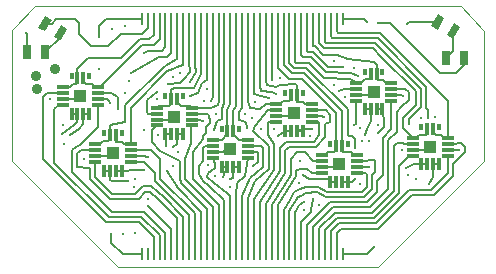
<source format=gtl>
G04 (created by PCBNEW-RS274X (2012-apr-16-27)-stable) date Thu 13 Mar 2014 04:59:36 PM EDT*
G01*
G70*
G90*
%MOIN*%
G04 Gerber Fmt 3.4, Leading zero omitted, Abs format*
%FSLAX34Y34*%
G04 APERTURE LIST*
%ADD10C,0.006000*%
%ADD11C,0.000400*%
%ADD12C,0.002000*%
%ADD13R,0.025000X0.045000*%
%ADD14R,0.039400X0.011800*%
%ADD15R,0.011800X0.039400*%
%ADD16R,0.011800X0.023600*%
%ADD17R,0.039400X0.039400*%
%ADD18R,0.009800X0.039400*%
%ADD19C,0.035000*%
%ADD20C,0.013000*%
%ADD21C,0.008000*%
%ADD22C,0.007000*%
G04 APERTURE END LIST*
G54D10*
G54D11*
X27953Y-19596D02*
X27953Y-23917D01*
X27165Y-18770D02*
X27953Y-19596D01*
X16890Y-18770D02*
X27165Y-18770D01*
X12205Y-19557D02*
X12205Y-23917D01*
X12992Y-18770D02*
X12205Y-19557D01*
X16890Y-18770D02*
X12992Y-18770D01*
X15748Y-27461D02*
X12205Y-23917D01*
X24409Y-27461D02*
X27953Y-23917D01*
X24016Y-27461D02*
X24409Y-27461D01*
X15748Y-27461D02*
X24016Y-27461D01*
G54D12*
X15748Y-27461D02*
X24016Y-27461D01*
G54D10*
G36*
X13092Y-19480D02*
X13317Y-19091D01*
X13534Y-19216D01*
X13309Y-19605D01*
X13092Y-19480D01*
X13092Y-19480D01*
G37*
G36*
X13612Y-19780D02*
X13837Y-19391D01*
X14054Y-19516D01*
X13829Y-19905D01*
X13612Y-19780D01*
X13612Y-19780D01*
G37*
G36*
X26182Y-19421D02*
X26407Y-19032D01*
X26624Y-19157D01*
X26399Y-19546D01*
X26182Y-19421D01*
X26182Y-19421D01*
G37*
G36*
X26702Y-19721D02*
X26927Y-19332D01*
X27144Y-19457D01*
X26919Y-19846D01*
X26702Y-19721D01*
X26702Y-19721D01*
G37*
G54D13*
X13322Y-20305D03*
X12722Y-20305D03*
X26669Y-20502D03*
X27269Y-20502D03*
G54D14*
X25561Y-23150D03*
X25561Y-23347D03*
X25561Y-23543D03*
X25561Y-23740D03*
G54D15*
X25857Y-24036D03*
X26054Y-24036D03*
X26250Y-24036D03*
X26447Y-24036D03*
G54D14*
X26743Y-23740D03*
X26743Y-23543D03*
X26743Y-23347D03*
X26743Y-23150D03*
G54D16*
X26447Y-22776D03*
G54D15*
X26250Y-22854D03*
X26054Y-22854D03*
G54D16*
X25857Y-22776D03*
G54D17*
X26152Y-23445D03*
G54D14*
X23671Y-21319D03*
X23671Y-21516D03*
X23671Y-21712D03*
X23671Y-21909D03*
G54D15*
X23967Y-22205D03*
X24164Y-22205D03*
X24360Y-22205D03*
X24557Y-22205D03*
G54D14*
X24853Y-21909D03*
X24853Y-21712D03*
X24853Y-21516D03*
X24853Y-21319D03*
G54D16*
X24557Y-20945D03*
G54D15*
X24360Y-21023D03*
X24164Y-21023D03*
G54D16*
X23967Y-20945D03*
G54D17*
X24262Y-21614D03*
G54D14*
X22529Y-23721D03*
X22529Y-23918D03*
X22529Y-24114D03*
X22529Y-24311D03*
G54D15*
X22825Y-24607D03*
X23022Y-24607D03*
X23218Y-24607D03*
X23415Y-24607D03*
G54D14*
X23711Y-24311D03*
X23711Y-24114D03*
X23711Y-23918D03*
X23711Y-23721D03*
G54D16*
X23415Y-23347D03*
G54D15*
X23218Y-23425D03*
X23022Y-23425D03*
G54D16*
X22825Y-23347D03*
G54D17*
X23120Y-24016D03*
G54D14*
X21023Y-22028D03*
X21023Y-22225D03*
X21023Y-22421D03*
X21023Y-22618D03*
G54D15*
X21319Y-22914D03*
X21516Y-22914D03*
X21712Y-22914D03*
X21909Y-22914D03*
G54D14*
X22205Y-22618D03*
X22205Y-22421D03*
X22205Y-22225D03*
X22205Y-22028D03*
G54D16*
X21909Y-21654D03*
G54D15*
X21712Y-21732D03*
X21516Y-21732D03*
G54D16*
X21319Y-21654D03*
G54D17*
X21614Y-22323D03*
G54D14*
X18897Y-23229D03*
X18897Y-23426D03*
X18897Y-23622D03*
X18897Y-23819D03*
G54D15*
X19193Y-24115D03*
X19390Y-24115D03*
X19586Y-24115D03*
X19783Y-24115D03*
G54D14*
X20079Y-23819D03*
X20079Y-23622D03*
X20079Y-23426D03*
X20079Y-23229D03*
G54D16*
X19783Y-22855D03*
G54D15*
X19586Y-22933D03*
X19390Y-22933D03*
G54D16*
X19193Y-22855D03*
G54D17*
X19488Y-23524D03*
G54D14*
X17027Y-22146D03*
X17027Y-22343D03*
X17027Y-22539D03*
X17027Y-22736D03*
G54D15*
X17323Y-23032D03*
X17520Y-23032D03*
X17716Y-23032D03*
X17913Y-23032D03*
G54D14*
X18209Y-22736D03*
X18209Y-22539D03*
X18209Y-22343D03*
X18209Y-22146D03*
G54D16*
X17913Y-21772D03*
G54D15*
X17716Y-21850D03*
X17520Y-21850D03*
G54D16*
X17323Y-21772D03*
G54D17*
X17618Y-22441D03*
G54D14*
X14980Y-23366D03*
X14980Y-23563D03*
X14980Y-23759D03*
X14980Y-23956D03*
G54D15*
X15276Y-24252D03*
X15473Y-24252D03*
X15669Y-24252D03*
X15866Y-24252D03*
G54D14*
X16162Y-23956D03*
X16162Y-23759D03*
X16162Y-23563D03*
X16162Y-23366D03*
G54D16*
X15866Y-22992D03*
G54D15*
X15669Y-23070D03*
X15473Y-23070D03*
G54D16*
X15276Y-22992D03*
G54D17*
X15571Y-23661D03*
G54D14*
X13897Y-21457D03*
X13897Y-21654D03*
X13897Y-21850D03*
X13897Y-22047D03*
G54D15*
X14193Y-22343D03*
X14390Y-22343D03*
X14586Y-22343D03*
X14783Y-22343D03*
G54D14*
X15079Y-22047D03*
X15079Y-21850D03*
X15079Y-21654D03*
X15079Y-21457D03*
G54D16*
X14783Y-21083D03*
G54D15*
X14586Y-21161D03*
X14390Y-21161D03*
G54D16*
X14193Y-21083D03*
G54D17*
X14488Y-21752D03*
G54D18*
X16536Y-19193D03*
X16733Y-19193D03*
X16930Y-19193D03*
X17126Y-19193D03*
X17323Y-19193D03*
X17520Y-19193D03*
X17717Y-19193D03*
X17914Y-19193D03*
X18111Y-19193D03*
X18307Y-19193D03*
X18504Y-19193D03*
X18701Y-19193D03*
X18898Y-19193D03*
X19095Y-19193D03*
X19292Y-19193D03*
X19489Y-19193D03*
X19685Y-19193D03*
X19882Y-19193D03*
X20079Y-19193D03*
X20276Y-19193D03*
X20473Y-19193D03*
X20670Y-19193D03*
X20867Y-19193D03*
X21063Y-19193D03*
X21260Y-19193D03*
X21457Y-19193D03*
X21654Y-19193D03*
X21851Y-19193D03*
X22048Y-19193D03*
X22245Y-19193D03*
X22441Y-19193D03*
X22638Y-19193D03*
X22835Y-19193D03*
X23032Y-19193D03*
X23229Y-19193D03*
X16536Y-27028D03*
X16733Y-27028D03*
X16930Y-27028D03*
X17126Y-27028D03*
X17323Y-27028D03*
X17520Y-27028D03*
X17717Y-27028D03*
X17914Y-27028D03*
X18111Y-27028D03*
X18307Y-27028D03*
X18504Y-27028D03*
X18701Y-27028D03*
X18898Y-27028D03*
X19095Y-27028D03*
X19292Y-27028D03*
X19489Y-27028D03*
X19685Y-27028D03*
X19882Y-27028D03*
X20079Y-27028D03*
X20276Y-27028D03*
X20473Y-27028D03*
X20670Y-27028D03*
X20867Y-27028D03*
X21063Y-27028D03*
X21260Y-27028D03*
X21457Y-27028D03*
X21654Y-27028D03*
X21851Y-27028D03*
X22048Y-27028D03*
X22245Y-27028D03*
X22441Y-27028D03*
X22638Y-27028D03*
X22835Y-27028D03*
X23032Y-27028D03*
X23229Y-27028D03*
G54D19*
X13022Y-21073D03*
X13031Y-21535D03*
X13632Y-20866D03*
G54D20*
X14439Y-19331D03*
X25384Y-19360D03*
X24405Y-19307D03*
X12687Y-19665D03*
X16260Y-24783D03*
X17815Y-20984D03*
X17579Y-21122D03*
X16319Y-24508D03*
X18701Y-21516D03*
X17087Y-23051D03*
X18602Y-21909D03*
X17736Y-23622D03*
X18996Y-22362D03*
X18986Y-24419D03*
X19980Y-22362D03*
X19469Y-24774D03*
X20197Y-22480D03*
X20945Y-22854D03*
X22146Y-23081D03*
X20295Y-21939D03*
X21788Y-24643D03*
X21132Y-21171D03*
X23809Y-24705D03*
X23868Y-23268D03*
X23612Y-20827D03*
X24114Y-23248D03*
X22953Y-20591D03*
X24400Y-22717D03*
X25827Y-22480D03*
X25394Y-24390D03*
X25669Y-24518D03*
X26319Y-22451D03*
X23120Y-21585D03*
X21949Y-25285D03*
X22254Y-25177D03*
X23612Y-22707D03*
X15728Y-22205D03*
X16732Y-25413D03*
X15965Y-21663D03*
X16732Y-25177D03*
X17559Y-24094D03*
X17047Y-21870D03*
X21949Y-25551D03*
X22943Y-21388D03*
X22441Y-25384D03*
X23819Y-22835D03*
X13878Y-23012D03*
X16594Y-20334D03*
X16181Y-20994D03*
X14154Y-23071D03*
X16083Y-24587D03*
X17402Y-21339D03*
X18150Y-21280D03*
X16594Y-24232D03*
X18150Y-21772D03*
X17343Y-23406D03*
X17579Y-23445D03*
X18858Y-21929D03*
X18937Y-22874D03*
X19252Y-24459D03*
X20039Y-22835D03*
X19469Y-24537D03*
X17028Y-21614D03*
X17362Y-24252D03*
X20778Y-21811D03*
X21083Y-23100D03*
X21024Y-21703D03*
X22215Y-22854D03*
X20876Y-21220D03*
X21900Y-24380D03*
X23652Y-23494D03*
X23642Y-24537D03*
X23730Y-21083D03*
X23967Y-23051D03*
X24409Y-22992D03*
X23248Y-20787D03*
X25354Y-24154D03*
X25443Y-22677D03*
X26083Y-22480D03*
X26093Y-24675D03*
X13898Y-22736D03*
X15118Y-20866D03*
X13957Y-23366D03*
X16103Y-21240D03*
X15984Y-19429D03*
X24272Y-26801D03*
X24035Y-19291D03*
X16299Y-26329D03*
X15098Y-19803D03*
X14488Y-21752D03*
X26152Y-23445D03*
X24262Y-21614D03*
X23120Y-24016D03*
X21614Y-22323D03*
X19488Y-23524D03*
X15571Y-23661D03*
X15522Y-26339D03*
X17618Y-22441D03*
X13465Y-21870D03*
X27106Y-23543D03*
X16594Y-22895D03*
X18740Y-24055D03*
X25226Y-21762D03*
X14606Y-23839D03*
X18583Y-22579D03*
X20512Y-22854D03*
X20256Y-24075D03*
X15551Y-19528D03*
X24094Y-24114D03*
X23297Y-21791D03*
X21821Y-23927D03*
X25197Y-23543D03*
X15916Y-26359D03*
X22598Y-22470D03*
X15472Y-21978D03*
X16732Y-23780D03*
G54D21*
X15827Y-19675D02*
X15423Y-20079D01*
X14843Y-20079D02*
X14439Y-19675D01*
X16733Y-19497D02*
X16733Y-19193D01*
X13313Y-19348D02*
X13536Y-19348D01*
X16733Y-19497D02*
X16555Y-19675D01*
X25455Y-19289D02*
X25384Y-19360D01*
X15423Y-20079D02*
X14843Y-20079D01*
X14439Y-19675D02*
X14439Y-19331D01*
X16555Y-19675D02*
X15827Y-19675D01*
X26403Y-19289D02*
X25455Y-19289D01*
X26403Y-19289D02*
X26403Y-19335D01*
X13536Y-19348D02*
X13691Y-19193D01*
X13691Y-19193D02*
X14301Y-19193D01*
X26403Y-19289D02*
X26403Y-19335D01*
X14301Y-19193D02*
X14439Y-19331D01*
X12687Y-19665D02*
X12722Y-19700D01*
X12722Y-20305D02*
X12722Y-19700D01*
X27269Y-20723D02*
X27008Y-20984D01*
X24809Y-19307D02*
X24405Y-19307D01*
X27269Y-20502D02*
X27269Y-20723D01*
X26486Y-20984D02*
X24809Y-19307D01*
X27008Y-20984D02*
X26486Y-20984D01*
G54D22*
X15358Y-25969D02*
X16442Y-25969D01*
X16442Y-25969D02*
X16930Y-26457D01*
X13385Y-21654D02*
X13238Y-21801D01*
X13385Y-21654D02*
X13897Y-21654D01*
X13238Y-21801D02*
X13238Y-23849D01*
X16930Y-27028D02*
X16930Y-26457D01*
X13238Y-23849D02*
X15358Y-25969D01*
X16516Y-25787D02*
X17126Y-26397D01*
X13622Y-22185D02*
X13622Y-23977D01*
X15432Y-25787D02*
X16516Y-25787D01*
X13760Y-22047D02*
X13897Y-22047D01*
X17126Y-27028D02*
X17126Y-26397D01*
X13622Y-23977D02*
X15432Y-25787D01*
X13760Y-22047D02*
X13622Y-22185D01*
X17992Y-24537D02*
X17992Y-23839D01*
X18898Y-25454D02*
X17992Y-24537D01*
X18898Y-27028D02*
X18898Y-25454D01*
X17992Y-23839D02*
X18169Y-23317D01*
X18169Y-22776D02*
X18209Y-22736D01*
X18169Y-23317D02*
X18169Y-22776D01*
X18720Y-22343D02*
X18780Y-22403D01*
X18563Y-23205D02*
X18258Y-23622D01*
X18799Y-22519D02*
X18799Y-22658D01*
X18258Y-23622D02*
X18258Y-24519D01*
X18780Y-22500D02*
X18799Y-22519D01*
X18799Y-22658D02*
X18681Y-22776D01*
X18681Y-22973D02*
X18563Y-23091D01*
X19095Y-27028D02*
X19094Y-25387D01*
X18563Y-23091D02*
X18563Y-23205D01*
X18780Y-22403D02*
X18780Y-22500D01*
X18720Y-22343D02*
X18209Y-22343D01*
X18258Y-24519D02*
X19094Y-25387D01*
X18681Y-22776D02*
X18681Y-22973D01*
X18563Y-23858D02*
X18563Y-23917D01*
X18563Y-23701D02*
X18563Y-23858D01*
X18563Y-23917D02*
X18448Y-24080D01*
X18897Y-23426D02*
X18642Y-23425D01*
X18448Y-24080D02*
X18444Y-24350D01*
X18444Y-24350D02*
X18575Y-24574D01*
X19291Y-25591D02*
X19291Y-25217D01*
X18575Y-24574D02*
X18775Y-24767D01*
X19291Y-25591D02*
X19292Y-26280D01*
X19292Y-27028D02*
X19292Y-26300D01*
X19291Y-25217D02*
X19291Y-25217D01*
X19292Y-26300D02*
X19292Y-26280D01*
X18642Y-23425D02*
X18563Y-23504D01*
X18775Y-24767D02*
X19291Y-25217D01*
X18563Y-23504D02*
X18563Y-23701D01*
X18831Y-24260D02*
X18961Y-24140D01*
X19390Y-24980D02*
X18947Y-24646D01*
X18961Y-24140D02*
X18961Y-24140D01*
X18711Y-24459D02*
X18740Y-24321D01*
X19489Y-27028D02*
X19489Y-26300D01*
X19488Y-25098D02*
X19390Y-24980D01*
X18961Y-24140D02*
X18976Y-24016D01*
X18976Y-24016D02*
X18897Y-23819D01*
X18740Y-24321D02*
X18831Y-24260D01*
X18947Y-24646D02*
X18711Y-24459D01*
X19489Y-26280D02*
X19488Y-25098D01*
X19489Y-26300D02*
X19489Y-26280D01*
X19685Y-26280D02*
X19685Y-26300D01*
X19980Y-24409D02*
X19705Y-24656D01*
X19685Y-25098D02*
X19685Y-26280D01*
X19685Y-27028D02*
X19685Y-26300D01*
X20079Y-23820D02*
X20079Y-23819D01*
X20079Y-23820D02*
X19980Y-24409D01*
X19705Y-24656D02*
X19685Y-25098D01*
X19882Y-26280D02*
X19882Y-26300D01*
X20513Y-23426D02*
X20079Y-23426D01*
X20590Y-24112D02*
X20138Y-24488D01*
X19884Y-25098D02*
X19882Y-26280D01*
X20513Y-23426D02*
X20590Y-23504D01*
X19882Y-27028D02*
X19882Y-26300D01*
X20138Y-24488D02*
X19884Y-25098D01*
X20590Y-23504D02*
X20590Y-24112D01*
X20728Y-22224D02*
X21023Y-22225D01*
X20079Y-27028D02*
X20079Y-25689D01*
X20313Y-22764D02*
X20256Y-22914D01*
X20079Y-25157D02*
X20079Y-25689D01*
X20728Y-22224D02*
X20313Y-22764D01*
X20256Y-22914D02*
X20768Y-23426D01*
X20768Y-23426D02*
X20768Y-24193D01*
X20325Y-24596D02*
X20079Y-25157D01*
X20768Y-24193D02*
X20325Y-24596D01*
X20955Y-23346D02*
X20955Y-24232D01*
X20754Y-22626D02*
X20743Y-22829D01*
X20955Y-24232D02*
X20271Y-25201D01*
X20731Y-23051D02*
X20955Y-23346D01*
X21024Y-22628D02*
X21023Y-22618D01*
X20743Y-22829D02*
X20731Y-23051D01*
X20276Y-27028D02*
X20271Y-25201D01*
X21024Y-22628D02*
X20754Y-22626D01*
X22260Y-23283D02*
X22175Y-23283D01*
X21132Y-24272D02*
X20472Y-25305D01*
X22175Y-23283D02*
X21358Y-23287D01*
X21132Y-24193D02*
X21132Y-24272D01*
X21132Y-23478D02*
X21132Y-24193D01*
X22440Y-23060D02*
X22260Y-23283D01*
X21358Y-23287D02*
X21132Y-23478D01*
X20473Y-27028D02*
X20472Y-25305D01*
X22441Y-22657D02*
X22440Y-23060D01*
X22402Y-22618D02*
X22205Y-22618D01*
X22402Y-22618D02*
X22441Y-22657D01*
X22825Y-22392D02*
X22825Y-22608D01*
X22628Y-23110D02*
X22343Y-23465D01*
X20670Y-27028D02*
X20662Y-25364D01*
X22825Y-22608D02*
X22629Y-22688D01*
X22679Y-22225D02*
X22825Y-22392D01*
X22679Y-22225D02*
X22205Y-22225D01*
X21467Y-23465D02*
X21319Y-23563D01*
X21319Y-23563D02*
X21322Y-24331D01*
X21322Y-24331D02*
X20662Y-25364D01*
X22343Y-23465D02*
X21467Y-23465D01*
X22629Y-22688D02*
X22628Y-23110D01*
X14351Y-23467D02*
X14213Y-23563D01*
X16614Y-25610D02*
X17323Y-26319D01*
X14488Y-23386D02*
X14351Y-23467D01*
X14213Y-23563D02*
X14213Y-24292D01*
X14213Y-24292D02*
X15531Y-25610D01*
X15079Y-22795D02*
X14488Y-23386D01*
X15079Y-22795D02*
X15079Y-22047D01*
X17323Y-27028D02*
X17323Y-26319D01*
X15531Y-25610D02*
X16614Y-25610D01*
X22255Y-23918D02*
X22529Y-23918D01*
X21703Y-23637D02*
X21974Y-23637D01*
X20867Y-27028D02*
X20867Y-25374D01*
X21493Y-23847D02*
X21703Y-23637D01*
X20867Y-25374D02*
X21493Y-24380D01*
X21974Y-23637D02*
X22255Y-23918D01*
X21493Y-24380D02*
X21493Y-23847D01*
X21673Y-24223D02*
X21890Y-24176D01*
X21063Y-27028D02*
X21063Y-25403D01*
X22042Y-24179D02*
X22215Y-24311D01*
X21673Y-24429D02*
X21673Y-24223D01*
X21063Y-25403D02*
X21673Y-24429D01*
X22215Y-24311D02*
X22529Y-24311D01*
X21890Y-24176D02*
X22042Y-24179D01*
X22008Y-24783D02*
X21801Y-24852D01*
X22718Y-24941D02*
X22422Y-24783D01*
X23976Y-24311D02*
X23711Y-24311D01*
X21801Y-24852D02*
X21624Y-24961D01*
X24026Y-24803D02*
X23888Y-24941D01*
X22422Y-24783D02*
X22008Y-24783D01*
X24026Y-24361D02*
X24026Y-24803D01*
X23888Y-24941D02*
X22718Y-24941D01*
X21624Y-24961D02*
X21468Y-25218D01*
X21260Y-27028D02*
X21260Y-25561D01*
X21260Y-25561D02*
X21468Y-25218D01*
X23976Y-24311D02*
X24026Y-24361D01*
X21457Y-26093D02*
X21457Y-27028D01*
X21457Y-26093D02*
X21457Y-26083D01*
X24321Y-24277D02*
X24203Y-24395D01*
X21827Y-25079D02*
X21729Y-25124D01*
X21457Y-26083D02*
X21457Y-26093D01*
X23957Y-25118D02*
X22664Y-25116D01*
X24064Y-23898D02*
X24301Y-23898D01*
X21437Y-25600D02*
X21457Y-26083D01*
X22018Y-24980D02*
X21827Y-25079D01*
X22376Y-24955D02*
X22018Y-24980D01*
X24321Y-23918D02*
X24321Y-24277D01*
X22664Y-25116D02*
X22376Y-24955D01*
X21729Y-25124D02*
X21437Y-25600D01*
X24203Y-24395D02*
X24203Y-24872D01*
X24301Y-23898D02*
X24321Y-23918D01*
X24203Y-24872D02*
X23957Y-25118D01*
X23711Y-23918D02*
X24044Y-23918D01*
X24044Y-23918D02*
X24064Y-23898D01*
X21654Y-25619D02*
X21673Y-25600D01*
X21781Y-25394D02*
X21673Y-25600D01*
X21654Y-26191D02*
X21654Y-25619D01*
X23415Y-21516D02*
X23671Y-21516D01*
X23415Y-21516D02*
X23275Y-21518D01*
X21949Y-25285D02*
X21781Y-25394D01*
X23275Y-21518D02*
X23120Y-21585D01*
X21654Y-27028D02*
X21654Y-26191D01*
X22096Y-25699D02*
X22097Y-25699D01*
X23671Y-22677D02*
X23642Y-22677D01*
X22185Y-25610D02*
X22096Y-25699D01*
X21851Y-27028D02*
X21851Y-25945D01*
X23642Y-22677D02*
X23612Y-22707D01*
X22185Y-25571D02*
X22185Y-25571D01*
X23671Y-21909D02*
X23671Y-22677D01*
X22185Y-25610D02*
X22185Y-25571D01*
X22097Y-25699D02*
X21851Y-25945D01*
X22254Y-25177D02*
X22185Y-25571D01*
X24577Y-23139D02*
X24577Y-24390D01*
X24853Y-22863D02*
X24577Y-23139D01*
X24390Y-24577D02*
X24390Y-24960D01*
X24853Y-22863D02*
X24853Y-21909D01*
X24055Y-25295D02*
X22825Y-25295D01*
X24390Y-24960D02*
X24055Y-25295D01*
X22825Y-25295D02*
X22048Y-26072D01*
X22048Y-27028D02*
X22048Y-26072D01*
X24577Y-24390D02*
X24390Y-24577D01*
X25266Y-21516D02*
X25315Y-21516D01*
X25266Y-21516D02*
X24853Y-21516D01*
X25030Y-22278D02*
X25030Y-22945D01*
X22894Y-25472D02*
X22245Y-26121D01*
X25192Y-22116D02*
X25030Y-22278D01*
X24754Y-24852D02*
X24134Y-25472D01*
X25030Y-22945D02*
X24754Y-23221D01*
X24754Y-23221D02*
X24754Y-24852D01*
X25433Y-21634D02*
X25433Y-21875D01*
X25315Y-21516D02*
X25433Y-21634D01*
X22245Y-27028D02*
X22245Y-26121D01*
X25433Y-21875D02*
X25192Y-22116D01*
X24134Y-25472D02*
X22894Y-25472D01*
X22960Y-25650D02*
X22441Y-26169D01*
X25246Y-23307D02*
X25039Y-23307D01*
X24931Y-24921D02*
X24202Y-25650D01*
X25286Y-23347D02*
X25246Y-23307D01*
X25039Y-23307D02*
X24931Y-23415D01*
X25286Y-23347D02*
X25561Y-23347D01*
X24202Y-25650D02*
X22960Y-25650D01*
X22441Y-27028D02*
X22441Y-26169D01*
X24931Y-23415D02*
X24931Y-24921D01*
X24271Y-25825D02*
X23030Y-25825D01*
X25103Y-24993D02*
X24271Y-25825D01*
X25103Y-24075D02*
X25103Y-24993D01*
X22638Y-27028D02*
X22638Y-26217D01*
X23030Y-25825D02*
X22638Y-26217D01*
X25438Y-23740D02*
X25561Y-23740D01*
X25438Y-23740D02*
X25103Y-24075D01*
X15512Y-21654D02*
X15728Y-21792D01*
X15728Y-21792D02*
X15728Y-22205D01*
X16732Y-25413D02*
X17520Y-26201D01*
X15512Y-21654D02*
X15079Y-21654D01*
X17520Y-27028D02*
X17520Y-26201D01*
X26743Y-24330D02*
X26743Y-23740D01*
X25453Y-24892D02*
X24348Y-25997D01*
X26181Y-24892D02*
X25453Y-24892D01*
X26743Y-24330D02*
X26181Y-24892D01*
X23102Y-25997D02*
X22835Y-26264D01*
X24348Y-25997D02*
X23102Y-25997D01*
X22835Y-27028D02*
X22835Y-26264D01*
X25536Y-25064D02*
X24422Y-26178D01*
X26264Y-25064D02*
X25536Y-25064D01*
X27185Y-23327D02*
X27313Y-23455D01*
X26915Y-24029D02*
X26915Y-24413D01*
X23173Y-26178D02*
X23032Y-26319D01*
X27037Y-23327D02*
X27185Y-23327D01*
X27313Y-23631D02*
X26915Y-24029D01*
X23032Y-27028D02*
X23032Y-26319D01*
X26915Y-24413D02*
X26264Y-25064D01*
X24422Y-26178D02*
X23173Y-26178D01*
X27017Y-23347D02*
X27037Y-23327D01*
X27017Y-23347D02*
X26743Y-23347D01*
X27313Y-23455D02*
X27313Y-23631D01*
X14528Y-23563D02*
X14980Y-23563D01*
X16651Y-24941D02*
X16805Y-24941D01*
X14803Y-24154D02*
X14803Y-24527D01*
X16445Y-25195D02*
X16651Y-24941D01*
X14389Y-23661D02*
X14390Y-24125D01*
X15470Y-25195D02*
X16445Y-25195D01*
X14390Y-24125D02*
X14803Y-24154D01*
X17717Y-27028D02*
X17717Y-25827D01*
X17085Y-25195D02*
X17717Y-25827D01*
X14803Y-24527D02*
X15470Y-25195D01*
X14528Y-23563D02*
X14389Y-23661D01*
X16805Y-24941D02*
X17085Y-25195D01*
X16317Y-25020D02*
X16570Y-24753D01*
X14980Y-24448D02*
X14980Y-23956D01*
X14980Y-24448D02*
X15552Y-25020D01*
X17276Y-25138D02*
X17914Y-25776D01*
X16570Y-24753D02*
X16852Y-24748D01*
X15552Y-25020D02*
X16317Y-25020D01*
X17914Y-27028D02*
X17914Y-25776D01*
X16852Y-24748D02*
X17276Y-25138D01*
X18111Y-25729D02*
X16969Y-24587D01*
X16162Y-23956D02*
X16162Y-23956D01*
X18111Y-27028D02*
X18111Y-25729D01*
X16969Y-24311D02*
X16614Y-23956D01*
X16969Y-24587D02*
X16969Y-24311D01*
X16614Y-23956D02*
X16162Y-23956D01*
X16791Y-19862D02*
X16930Y-19723D01*
X14390Y-20847D02*
X14745Y-20492D01*
X16930Y-19723D02*
X16930Y-19193D01*
X13897Y-21457D02*
X14153Y-21457D01*
X14252Y-21358D02*
X14350Y-21358D01*
X16477Y-19862D02*
X16791Y-19862D01*
X14153Y-21457D02*
X14252Y-21358D01*
X14350Y-21358D02*
X14390Y-21318D01*
X14390Y-21318D02*
X14390Y-21161D01*
X15847Y-20492D02*
X16477Y-19862D01*
X14390Y-21161D02*
X14390Y-20847D01*
X14745Y-20492D02*
X15847Y-20492D01*
X14586Y-21259D02*
X14586Y-21161D01*
X17126Y-19862D02*
X17126Y-19193D01*
X15079Y-21457D02*
X14981Y-21457D01*
X16929Y-20059D02*
X17126Y-19862D01*
X15157Y-21457D02*
X16555Y-20059D01*
X14685Y-21358D02*
X14586Y-21259D01*
X14882Y-21358D02*
X14685Y-21358D01*
X15079Y-21457D02*
X15157Y-21457D01*
X16555Y-20059D02*
X16929Y-20059D01*
X14981Y-21457D02*
X14882Y-21358D01*
X17323Y-19894D02*
X17323Y-20020D01*
X14390Y-22638D02*
X14291Y-22737D01*
X14193Y-22343D02*
X14390Y-22343D01*
X17323Y-20138D02*
X17323Y-20020D01*
X16752Y-20256D02*
X17205Y-20256D01*
X17205Y-20256D02*
X17323Y-20138D01*
X14291Y-22737D02*
X13878Y-23012D01*
X14390Y-22343D02*
X14390Y-22638D01*
X16594Y-20334D02*
X16752Y-20256D01*
X17323Y-19894D02*
X17323Y-19193D01*
X17520Y-20315D02*
X17520Y-20138D01*
X14586Y-22677D02*
X14429Y-22851D01*
X14586Y-22343D02*
X14783Y-22343D01*
X16181Y-20994D02*
X17106Y-20453D01*
X17382Y-20453D02*
X17520Y-20315D01*
X17520Y-20138D02*
X17520Y-19193D01*
X17106Y-20453D02*
X17343Y-20453D01*
X17343Y-20453D02*
X17382Y-20453D01*
X14586Y-22343D02*
X14586Y-22677D01*
X14429Y-22851D02*
X14154Y-23071D01*
X17717Y-20508D02*
X17717Y-19193D01*
X17323Y-20743D02*
X17717Y-20508D01*
X15473Y-22736D02*
X15984Y-22638D01*
X15982Y-22072D02*
X17264Y-20787D01*
X14980Y-23366D02*
X15158Y-23366D01*
X15413Y-23268D02*
X15473Y-23208D01*
X15984Y-22638D02*
X15982Y-22072D01*
X15473Y-23070D02*
X15473Y-22736D01*
X15473Y-23208D02*
X15473Y-23070D01*
X17264Y-20787D02*
X17323Y-20743D01*
X15256Y-23268D02*
X15413Y-23268D01*
X15158Y-23366D02*
X15256Y-23268D01*
X16162Y-22145D02*
X17382Y-20925D01*
X17717Y-20787D02*
X17913Y-20728D01*
X17559Y-20846D02*
X17717Y-20787D01*
X17382Y-20925D02*
X17559Y-20846D01*
X16162Y-23366D02*
X15945Y-23366D01*
X16162Y-23366D02*
X16162Y-22145D01*
X15689Y-23287D02*
X15669Y-23267D01*
X15669Y-23267D02*
X15669Y-23070D01*
X15945Y-23366D02*
X15866Y-23287D01*
X15866Y-23287D02*
X15689Y-23287D01*
X17913Y-20728D02*
X17914Y-19193D01*
X17146Y-24508D02*
X17146Y-23858D01*
X18307Y-27028D02*
X18307Y-25669D01*
X18307Y-25669D02*
X17146Y-24508D01*
X17146Y-23858D02*
X16851Y-23563D01*
X16851Y-23563D02*
X16162Y-23563D01*
X17795Y-21319D02*
X17933Y-21181D01*
X17933Y-21181D02*
X18130Y-20945D01*
X17402Y-21339D02*
X17795Y-21319D01*
X15472Y-24547D02*
X15552Y-24587D01*
X18130Y-20945D02*
X18110Y-20610D01*
X18110Y-20610D02*
X18111Y-19193D01*
X15472Y-24253D02*
X15472Y-24547D01*
X15276Y-24252D02*
X15473Y-24252D01*
X15552Y-24587D02*
X16083Y-24587D01*
X15473Y-24252D02*
X15472Y-24253D01*
X18150Y-21280D02*
X18327Y-20965D01*
X18327Y-20965D02*
X18297Y-20738D01*
X15669Y-24252D02*
X15866Y-24252D01*
X15866Y-24252D02*
X16319Y-24232D01*
X16319Y-24232D02*
X16594Y-24232D01*
X18297Y-20738D02*
X18307Y-19193D01*
X17087Y-22086D02*
X17441Y-22086D01*
X17520Y-21535D02*
X17677Y-21496D01*
X17441Y-22086D02*
X17520Y-22007D01*
X17027Y-22146D02*
X17087Y-22086D01*
X18504Y-21017D02*
X18504Y-19193D01*
X18268Y-21496D02*
X18504Y-21017D01*
X17677Y-21496D02*
X18268Y-21496D01*
X17520Y-21850D02*
X17520Y-21535D01*
X17520Y-22007D02*
X17520Y-21850D01*
X18425Y-21644D02*
X18553Y-21329D01*
X17323Y-23032D02*
X17343Y-23406D01*
X17323Y-23032D02*
X17520Y-23032D01*
X18701Y-21211D02*
X18701Y-19193D01*
X18150Y-21772D02*
X18425Y-21644D01*
X18553Y-21329D02*
X18701Y-21211D01*
X18898Y-19193D02*
X18917Y-21791D01*
X17579Y-23445D02*
X17579Y-23445D01*
X17716Y-23345D02*
X17579Y-23445D01*
X17716Y-23032D02*
X17913Y-23032D01*
X18917Y-21791D02*
X18858Y-21929D01*
X17716Y-23032D02*
X17716Y-23032D01*
X17716Y-23032D02*
X17716Y-23345D01*
X19095Y-21928D02*
X19071Y-22060D01*
X17716Y-21850D02*
X17716Y-21948D01*
X18858Y-22146D02*
X18209Y-22146D01*
X18149Y-22086D02*
X18209Y-22146D01*
X19071Y-22060D02*
X18858Y-22146D01*
X17854Y-22086D02*
X18149Y-22086D01*
X17716Y-21948D02*
X17854Y-22086D01*
X19095Y-19193D02*
X19095Y-21928D01*
X18937Y-22874D02*
X19036Y-22599D01*
X19036Y-22599D02*
X19193Y-22520D01*
X19292Y-21974D02*
X19291Y-19685D01*
X19291Y-19194D02*
X19292Y-19193D01*
X19193Y-24115D02*
X19390Y-24115D01*
X19390Y-24115D02*
X19252Y-24459D01*
X19291Y-19685D02*
X19291Y-19194D01*
X19213Y-22205D02*
X19292Y-21974D01*
X19193Y-24115D02*
X19390Y-24115D01*
X19193Y-22520D02*
X19213Y-22205D01*
X19390Y-22933D02*
X19390Y-22224D01*
X19488Y-19194D02*
X19489Y-19193D01*
X18897Y-23229D02*
X19193Y-23229D01*
X19390Y-22224D02*
X19489Y-22027D01*
X19488Y-19685D02*
X19488Y-19194D01*
X19193Y-23229D02*
X19390Y-23032D01*
X19489Y-22027D02*
X19488Y-19685D01*
X19390Y-23032D02*
X19390Y-22933D01*
X19685Y-19193D02*
X19685Y-19685D01*
X19783Y-23229D02*
X20079Y-23229D01*
X19587Y-22244D02*
X19586Y-22933D01*
X19586Y-23032D02*
X19783Y-23229D01*
X19587Y-22244D02*
X19683Y-22086D01*
X19586Y-22933D02*
X19586Y-23032D01*
X19683Y-22086D02*
X19685Y-19685D01*
X19577Y-24478D02*
X19606Y-24094D01*
X19881Y-22145D02*
X19882Y-19685D01*
X19783Y-22283D02*
X19881Y-22145D01*
X20039Y-22835D02*
X20039Y-22835D01*
X20039Y-22835D02*
X20004Y-22634D01*
X19606Y-24094D02*
X19606Y-24094D01*
X19586Y-24115D02*
X19783Y-24115D01*
X19586Y-24115D02*
X19606Y-24094D01*
X20004Y-22634D02*
X19768Y-22548D01*
X19577Y-24478D02*
X19469Y-24537D01*
X19882Y-19193D02*
X19882Y-19685D01*
X19768Y-22548D02*
X19783Y-22283D01*
X16752Y-22343D02*
X16693Y-22284D01*
X17727Y-24834D02*
X18504Y-25611D01*
X16693Y-22284D02*
X16693Y-21890D01*
X16693Y-21890D02*
X17028Y-21614D01*
X18504Y-27028D02*
X18504Y-25611D01*
X16752Y-22343D02*
X17027Y-22343D01*
X17362Y-24252D02*
X17727Y-24834D01*
X20137Y-22153D02*
X20079Y-21919D01*
X20079Y-21919D02*
X20079Y-19193D01*
X21437Y-21929D02*
X21516Y-21850D01*
X20472Y-22182D02*
X20137Y-22153D01*
X20659Y-22028D02*
X20472Y-22182D01*
X21023Y-22028D02*
X21141Y-22028D01*
X21516Y-21850D02*
X21516Y-21732D01*
X21023Y-22028D02*
X20659Y-22028D01*
X21141Y-22028D02*
X21240Y-21929D01*
X21240Y-21929D02*
X21437Y-21929D01*
X20285Y-21682D02*
X20284Y-21506D01*
X21083Y-23100D02*
X21083Y-23100D01*
X21319Y-22914D02*
X21083Y-23100D01*
X20276Y-20945D02*
X20276Y-19193D01*
X20512Y-21772D02*
X20285Y-21682D01*
X21319Y-22914D02*
X21319Y-22914D01*
X20778Y-21811D02*
X20512Y-21772D01*
X21319Y-22914D02*
X21516Y-22914D01*
X20284Y-21506D02*
X20276Y-20945D01*
X21712Y-22914D02*
X21713Y-22915D01*
X20473Y-20867D02*
X20473Y-19193D01*
X22018Y-22854D02*
X22215Y-22854D01*
X21024Y-21703D02*
X20866Y-21614D01*
X21909Y-22914D02*
X21712Y-22914D01*
X21909Y-22914D02*
X21712Y-22914D01*
X21713Y-22915D02*
X22018Y-22854D01*
X22215Y-22854D02*
X22215Y-22854D01*
X20512Y-21585D02*
X20482Y-21417D01*
X20866Y-21614D02*
X20512Y-21585D01*
X20482Y-21417D02*
X20473Y-20867D01*
X21909Y-21949D02*
X21713Y-21949D01*
X22205Y-22028D02*
X21988Y-22028D01*
X21663Y-21368D02*
X21152Y-21378D01*
X20719Y-21398D02*
X20670Y-21241D01*
X20670Y-21241D02*
X20670Y-19193D01*
X21152Y-21378D02*
X20997Y-21446D01*
X21713Y-21949D02*
X21712Y-21948D01*
X21712Y-21417D02*
X21663Y-21368D01*
X21988Y-22028D02*
X21909Y-21949D01*
X21712Y-21732D02*
X21712Y-21417D01*
X20997Y-21446D02*
X20719Y-21398D01*
X21712Y-21948D02*
X21712Y-21732D01*
X20867Y-19193D02*
X20867Y-21211D01*
X22825Y-24607D02*
X23022Y-24607D01*
X22116Y-24518D02*
X21900Y-24380D01*
X20867Y-21211D02*
X20876Y-21220D01*
X22736Y-24518D02*
X22116Y-24518D01*
X22736Y-24518D02*
X22825Y-24607D01*
X22529Y-23721D02*
X22617Y-23721D01*
X23022Y-23523D02*
X23022Y-23425D01*
X23022Y-22322D02*
X21881Y-21181D01*
X21063Y-20807D02*
X21063Y-20167D01*
X22617Y-23721D02*
X22726Y-23612D01*
X21881Y-21181D02*
X21437Y-21181D01*
X23022Y-23425D02*
X23022Y-22322D01*
X21063Y-20167D02*
X21063Y-19193D01*
X22726Y-23612D02*
X22933Y-23612D01*
X21437Y-21181D02*
X21063Y-20807D01*
X22933Y-23612D02*
X23022Y-23523D01*
X23218Y-23425D02*
X23218Y-22263D01*
X23218Y-23592D02*
X23218Y-23425D01*
X23218Y-22263D02*
X21950Y-20995D01*
X21260Y-20138D02*
X21260Y-19193D01*
X23711Y-23721D02*
X23583Y-23721D01*
X21950Y-20995D02*
X21537Y-20995D01*
X23583Y-23721D02*
X23494Y-23632D01*
X23494Y-23632D02*
X23258Y-23632D01*
X21260Y-20718D02*
X21260Y-20138D01*
X21537Y-20995D02*
X21260Y-20718D01*
X23258Y-23632D02*
X23218Y-23592D01*
G54D21*
X23415Y-24607D02*
X23534Y-24607D01*
G54D22*
X23395Y-22190D02*
X22023Y-20818D01*
X22023Y-20818D02*
X21610Y-20818D01*
X23652Y-23180D02*
X23553Y-23081D01*
X23435Y-23081D02*
X23395Y-23041D01*
X21610Y-20818D02*
X21457Y-20665D01*
X23652Y-23494D02*
X23652Y-23180D01*
X21457Y-19193D02*
X21457Y-20187D01*
X23395Y-23041D02*
X23395Y-22190D01*
X23553Y-23081D02*
X23435Y-23081D01*
G54D21*
X23534Y-24607D02*
X23534Y-24607D01*
G54D22*
X21457Y-20665D02*
X21457Y-20187D01*
X23218Y-24607D02*
X23415Y-24607D01*
X23642Y-24537D02*
X23534Y-24607D01*
X22095Y-20646D02*
X21682Y-20646D01*
X23967Y-21201D02*
X24095Y-21201D01*
X23849Y-21319D02*
X23967Y-21201D01*
X23468Y-21195D02*
X22620Y-21171D01*
X22620Y-21171D02*
X22095Y-20646D01*
X24164Y-21132D02*
X24164Y-21023D01*
X21682Y-20646D02*
X21654Y-20618D01*
X24095Y-21201D02*
X24164Y-21132D01*
X21654Y-20618D02*
X21654Y-20108D01*
X23671Y-21319D02*
X23671Y-21289D01*
X23671Y-21289D02*
X23468Y-21195D01*
X23671Y-21319D02*
X23849Y-21319D01*
X21654Y-20108D02*
X21654Y-19193D01*
X23730Y-21083D02*
X23504Y-21004D01*
X24026Y-22844D02*
X23967Y-23051D01*
X21925Y-20469D02*
X21851Y-20395D01*
X22168Y-20469D02*
X21925Y-20469D01*
X23967Y-22205D02*
X24164Y-22205D01*
X21851Y-20395D02*
X21851Y-20097D01*
X24164Y-22599D02*
X24026Y-22844D01*
X21851Y-19193D02*
X21851Y-20097D01*
X24164Y-22205D02*
X24164Y-22599D01*
X23504Y-21004D02*
X22664Y-20965D01*
X21851Y-20097D02*
X21850Y-20098D01*
X22664Y-20965D02*
X22168Y-20469D01*
X17795Y-24478D02*
X17795Y-23927D01*
X18701Y-27028D02*
X18701Y-25531D01*
X17156Y-23573D02*
X16870Y-23297D01*
X16870Y-23297D02*
X16870Y-22904D01*
X18701Y-25531D02*
X17835Y-24656D01*
X17835Y-24656D02*
X17795Y-24478D01*
X16870Y-22904D02*
X17027Y-22736D01*
X17795Y-23927D02*
X17156Y-23573D01*
X24604Y-22558D02*
X24616Y-22795D01*
X22048Y-19979D02*
X22047Y-19980D01*
X23248Y-20787D02*
X22756Y-20797D01*
X22756Y-20797D02*
X22543Y-20600D01*
X24557Y-22205D02*
X24604Y-22558D01*
X22078Y-20297D02*
X22048Y-20267D01*
X22048Y-19193D02*
X22048Y-19979D01*
X22543Y-20600D02*
X22240Y-20297D01*
X24360Y-22205D02*
X24557Y-22205D01*
X22048Y-20267D02*
X22048Y-19979D01*
X24616Y-22795D02*
X24409Y-22992D01*
X22240Y-20297D02*
X22078Y-20297D01*
X24261Y-20620D02*
X23408Y-20526D01*
X24853Y-21319D02*
X24676Y-21319D01*
X22245Y-19193D02*
X22245Y-20088D01*
X23408Y-20526D02*
X23045Y-20384D01*
X22293Y-20088D02*
X22245Y-20088D01*
X24360Y-21180D02*
X24360Y-21023D01*
X23045Y-20384D02*
X22589Y-20384D01*
X24400Y-21220D02*
X24360Y-21180D01*
X24676Y-21319D02*
X24577Y-21220D01*
X24360Y-20719D02*
X24261Y-20620D01*
X22245Y-20088D02*
X22244Y-20089D01*
X22589Y-20384D02*
X22293Y-20088D01*
X24577Y-21220D02*
X24400Y-21220D01*
X24360Y-21023D02*
X24360Y-20719D01*
X25226Y-22480D02*
X25226Y-22815D01*
X25561Y-23150D02*
X25669Y-23150D01*
X25768Y-23051D02*
X26014Y-23051D01*
X24256Y-20172D02*
X24513Y-20439D01*
X25669Y-23150D02*
X25768Y-23051D01*
X25660Y-22046D02*
X25226Y-22480D01*
X25660Y-21586D02*
X25660Y-22046D01*
X26014Y-23051D02*
X26054Y-23011D01*
X22441Y-19193D02*
X22441Y-19992D01*
X24256Y-20172D02*
X22621Y-20172D01*
X24513Y-20439D02*
X25660Y-21586D01*
X22621Y-20172D02*
X22441Y-19992D01*
X25226Y-22815D02*
X25561Y-23150D01*
X26054Y-23011D02*
X26054Y-22854D01*
X24321Y-19990D02*
X25837Y-21506D01*
X25857Y-24036D02*
X26054Y-24036D01*
X25443Y-22510D02*
X25443Y-22677D01*
X22638Y-19193D02*
X22638Y-19941D01*
X22638Y-19941D02*
X22687Y-19990D01*
X25620Y-24036D02*
X25354Y-24154D01*
X25620Y-24036D02*
X25857Y-24036D01*
X25837Y-21506D02*
X25837Y-22116D01*
X25837Y-22116D02*
X25443Y-22510D01*
X22687Y-19990D02*
X24321Y-19990D01*
X26014Y-21439D02*
X24393Y-19818D01*
X26014Y-22165D02*
X26014Y-21439D01*
X26083Y-22234D02*
X26014Y-22165D01*
X22835Y-19762D02*
X22835Y-19193D01*
X26083Y-22480D02*
X26083Y-22234D01*
X26250Y-24468D02*
X26093Y-24675D01*
X22835Y-19762D02*
X22891Y-19818D01*
X26250Y-24036D02*
X26447Y-24036D01*
X26260Y-24026D02*
X26250Y-24468D01*
X24393Y-19818D02*
X22891Y-19818D01*
X26250Y-24036D02*
X26260Y-24026D01*
X26634Y-23150D02*
X26525Y-23041D01*
X26525Y-23041D02*
X26339Y-23041D01*
X23032Y-19193D02*
X23032Y-19587D01*
X24469Y-19646D02*
X26743Y-21920D01*
X23091Y-19646D02*
X24469Y-19646D01*
X26339Y-23041D02*
X26250Y-22952D01*
X26743Y-23150D02*
X26634Y-23150D01*
X26743Y-21920D02*
X26743Y-23150D01*
X23032Y-19587D02*
X23091Y-19646D01*
X26250Y-22952D02*
X26250Y-22854D01*
X23937Y-19193D02*
X24035Y-19291D01*
X24045Y-27028D02*
X24272Y-26801D01*
X23229Y-27028D02*
X24045Y-27028D01*
X23229Y-19193D02*
X23937Y-19193D01*
G54D21*
X13833Y-19648D02*
X13833Y-19794D01*
X13833Y-19794D02*
X13322Y-20305D01*
X26923Y-19589D02*
X26923Y-20248D01*
X26923Y-20248D02*
X26669Y-20502D01*
G54D22*
X22529Y-24114D02*
X23022Y-24114D01*
X14980Y-23759D02*
X15473Y-23759D01*
G54D21*
X16536Y-19193D02*
X15335Y-19193D01*
X15335Y-19193D02*
X15098Y-19430D01*
X15098Y-19430D02*
X15098Y-19803D01*
G54D22*
X19390Y-23622D02*
X19488Y-23524D01*
X23671Y-21712D02*
X24164Y-21712D01*
X25561Y-23543D02*
X26054Y-23543D01*
X21023Y-22421D02*
X21516Y-22421D01*
X13897Y-21850D02*
X14390Y-21850D01*
X15522Y-26644D02*
X15522Y-26339D01*
X17027Y-22539D02*
X17520Y-22539D01*
X14390Y-21850D02*
X14488Y-21752D01*
X16536Y-27028D02*
X15906Y-27028D01*
X24164Y-21712D02*
X24262Y-21614D01*
X18897Y-23622D02*
X19213Y-23622D01*
X17520Y-22539D02*
X17618Y-22441D01*
X23022Y-24114D02*
X23120Y-24016D01*
X15473Y-23759D02*
X15571Y-23661D01*
X15906Y-27028D02*
X15522Y-26644D01*
X19390Y-23622D02*
X19488Y-23524D01*
X19213Y-23622D02*
X19488Y-23524D01*
X21516Y-22421D02*
X21614Y-22323D01*
X26054Y-23543D02*
X26152Y-23445D01*
X15079Y-21850D02*
X15374Y-21850D01*
X20079Y-23622D02*
X20393Y-23622D01*
X27106Y-23543D02*
X27106Y-23543D01*
G54D21*
X24094Y-24114D02*
X24094Y-24114D01*
G54D22*
X15472Y-21978D02*
X15472Y-21978D01*
X20414Y-23643D02*
X20414Y-23952D01*
X16574Y-23759D02*
X16732Y-23780D01*
X15374Y-21850D02*
X15453Y-21929D01*
X15453Y-21929D02*
X15472Y-21978D01*
X20414Y-23952D02*
X20256Y-24075D01*
X23711Y-24114D02*
X23976Y-24114D01*
X18445Y-22539D02*
X18209Y-22539D01*
X22510Y-22421D02*
X22205Y-22421D01*
G54D21*
X23976Y-24114D02*
X24094Y-24114D01*
G54D22*
X18445Y-22539D02*
X18583Y-22579D01*
X16162Y-23759D02*
X16574Y-23759D01*
X26743Y-23543D02*
X27106Y-23543D01*
X20393Y-23622D02*
X20414Y-23643D01*
X25226Y-21762D02*
X25177Y-21713D01*
X22598Y-22470D02*
X22510Y-22421D01*
X25177Y-21713D02*
X24853Y-21712D01*
M02*

</source>
